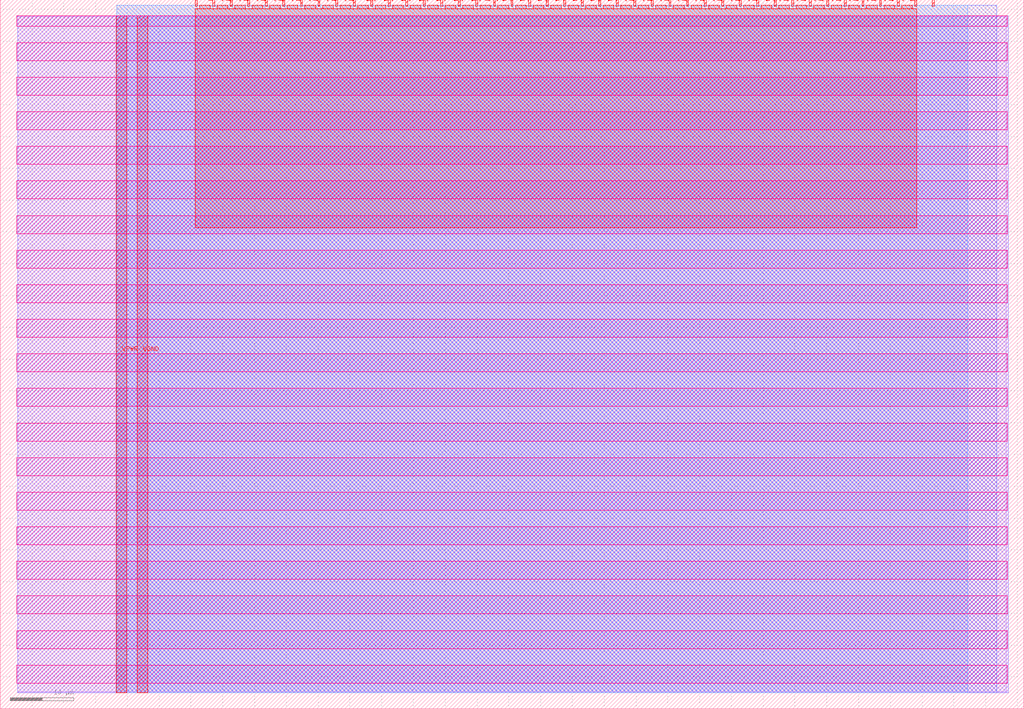
<source format=lef>
VERSION 5.7 ;
  NOWIREEXTENSIONATPIN ON ;
  DIVIDERCHAR "/" ;
  BUSBITCHARS "[]" ;
MACRO tt_um_faramire_rotary_ring_wrapper
  CLASS BLOCK ;
  FOREIGN tt_um_faramire_rotary_ring_wrapper ;
  ORIGIN 0.000 0.000 ;
  SIZE 161.000 BY 111.520 ;
  PIN VGND
    DIRECTION INOUT ;
    USE GROUND ;
    PORT
      LAYER met4 ;
        RECT 21.580 2.480 23.180 109.040 ;
    END
  END VGND
  PIN VPWR
    DIRECTION INOUT ;
    USE POWER ;
    PORT
      LAYER met4 ;
        RECT 18.280 2.480 19.880 109.040 ;
    END
  END VPWR
  PIN clk
    DIRECTION INPUT ;
    USE SIGNAL ;
    ANTENNAGATEAREA 0.852000 ;
    PORT
      LAYER met4 ;
        RECT 143.830 110.520 144.130 111.520 ;
    END
  END clk
  PIN ena
    DIRECTION INPUT ;
    USE SIGNAL ;
    PORT
      LAYER met4 ;
        RECT 146.590 110.520 146.890 111.520 ;
    END
  END ena
  PIN rst_n
    DIRECTION INPUT ;
    USE SIGNAL ;
    ANTENNAGATEAREA 0.196500 ;
    PORT
      LAYER met4 ;
        RECT 141.070 110.520 141.370 111.520 ;
    END
  END rst_n
  PIN ui_in[0]
    DIRECTION INPUT ;
    USE SIGNAL ;
    ANTENNAGATEAREA 0.196500 ;
    PORT
      LAYER met4 ;
        RECT 138.310 110.520 138.610 111.520 ;
    END
  END ui_in[0]
  PIN ui_in[1]
    DIRECTION INPUT ;
    USE SIGNAL ;
    ANTENNAGATEAREA 0.126000 ;
    PORT
      LAYER met4 ;
        RECT 135.550 110.520 135.850 111.520 ;
    END
  END ui_in[1]
  PIN ui_in[2]
    DIRECTION INPUT ;
    USE SIGNAL ;
    ANTENNAGATEAREA 0.196500 ;
    PORT
      LAYER met4 ;
        RECT 132.790 110.520 133.090 111.520 ;
    END
  END ui_in[2]
  PIN ui_in[3]
    DIRECTION INPUT ;
    USE SIGNAL ;
    ANTENNAGATEAREA 0.196500 ;
    PORT
      LAYER met4 ;
        RECT 130.030 110.520 130.330 111.520 ;
    END
  END ui_in[3]
  PIN ui_in[4]
    DIRECTION INPUT ;
    USE SIGNAL ;
    ANTENNAGATEAREA 0.196500 ;
    PORT
      LAYER met4 ;
        RECT 127.270 110.520 127.570 111.520 ;
    END
  END ui_in[4]
  PIN ui_in[5]
    DIRECTION INPUT ;
    USE SIGNAL ;
    ANTENNAGATEAREA 0.196500 ;
    PORT
      LAYER met4 ;
        RECT 124.510 110.520 124.810 111.520 ;
    END
  END ui_in[5]
  PIN ui_in[6]
    DIRECTION INPUT ;
    USE SIGNAL ;
    ANTENNAGATEAREA 0.196500 ;
    PORT
      LAYER met4 ;
        RECT 121.750 110.520 122.050 111.520 ;
    END
  END ui_in[6]
  PIN ui_in[7]
    DIRECTION INPUT ;
    USE SIGNAL ;
    ANTENNAGATEAREA 0.196500 ;
    PORT
      LAYER met4 ;
        RECT 118.990 110.520 119.290 111.520 ;
    END
  END ui_in[7]
  PIN uio_in[0]
    DIRECTION INPUT ;
    USE SIGNAL ;
    PORT
      LAYER met4 ;
        RECT 116.230 110.520 116.530 111.520 ;
    END
  END uio_in[0]
  PIN uio_in[1]
    DIRECTION INPUT ;
    USE SIGNAL ;
    PORT
      LAYER met4 ;
        RECT 113.470 110.520 113.770 111.520 ;
    END
  END uio_in[1]
  PIN uio_in[2]
    DIRECTION INPUT ;
    USE SIGNAL ;
    PORT
      LAYER met4 ;
        RECT 110.710 110.520 111.010 111.520 ;
    END
  END uio_in[2]
  PIN uio_in[3]
    DIRECTION INPUT ;
    USE SIGNAL ;
    PORT
      LAYER met4 ;
        RECT 107.950 110.520 108.250 111.520 ;
    END
  END uio_in[3]
  PIN uio_in[4]
    DIRECTION INPUT ;
    USE SIGNAL ;
    PORT
      LAYER met4 ;
        RECT 105.190 110.520 105.490 111.520 ;
    END
  END uio_in[4]
  PIN uio_in[5]
    DIRECTION INPUT ;
    USE SIGNAL ;
    PORT
      LAYER met4 ;
        RECT 102.430 110.520 102.730 111.520 ;
    END
  END uio_in[5]
  PIN uio_in[6]
    DIRECTION INPUT ;
    USE SIGNAL ;
    PORT
      LAYER met4 ;
        RECT 99.670 110.520 99.970 111.520 ;
    END
  END uio_in[6]
  PIN uio_in[7]
    DIRECTION INPUT ;
    USE SIGNAL ;
    PORT
      LAYER met4 ;
        RECT 96.910 110.520 97.210 111.520 ;
    END
  END uio_in[7]
  PIN uio_oe[0]
    DIRECTION OUTPUT ;
    USE SIGNAL ;
    ANTENNADIFFAREA 0.445500 ;
    PORT
      LAYER met4 ;
        RECT 49.990 110.520 50.290 111.520 ;
    END
  END uio_oe[0]
  PIN uio_oe[1]
    DIRECTION OUTPUT ;
    USE SIGNAL ;
    ANTENNADIFFAREA 0.445500 ;
    PORT
      LAYER met4 ;
        RECT 47.230 110.520 47.530 111.520 ;
    END
  END uio_oe[1]
  PIN uio_oe[2]
    DIRECTION OUTPUT ;
    USE SIGNAL ;
    ANTENNADIFFAREA 0.445500 ;
    PORT
      LAYER met4 ;
        RECT 44.470 110.520 44.770 111.520 ;
    END
  END uio_oe[2]
  PIN uio_oe[3]
    DIRECTION OUTPUT ;
    USE SIGNAL ;
    ANTENNADIFFAREA 0.445500 ;
    PORT
      LAYER met4 ;
        RECT 41.710 110.520 42.010 111.520 ;
    END
  END uio_oe[3]
  PIN uio_oe[4]
    DIRECTION OUTPUT ;
    USE SIGNAL ;
    ANTENNADIFFAREA 0.445500 ;
    PORT
      LAYER met4 ;
        RECT 38.950 110.520 39.250 111.520 ;
    END
  END uio_oe[4]
  PIN uio_oe[5]
    DIRECTION OUTPUT ;
    USE SIGNAL ;
    ANTENNADIFFAREA 0.445500 ;
    PORT
      LAYER met4 ;
        RECT 36.190 110.520 36.490 111.520 ;
    END
  END uio_oe[5]
  PIN uio_oe[6]
    DIRECTION OUTPUT ;
    USE SIGNAL ;
    ANTENNADIFFAREA 0.445500 ;
    PORT
      LAYER met4 ;
        RECT 33.430 110.520 33.730 111.520 ;
    END
  END uio_oe[6]
  PIN uio_oe[7]
    DIRECTION OUTPUT ;
    USE SIGNAL ;
    ANTENNADIFFAREA 0.445500 ;
    PORT
      LAYER met4 ;
        RECT 30.670 110.520 30.970 111.520 ;
    END
  END uio_oe[7]
  PIN uio_out[0]
    DIRECTION OUTPUT ;
    USE SIGNAL ;
    ANTENNADIFFAREA 0.445500 ;
    PORT
      LAYER met4 ;
        RECT 72.070 110.520 72.370 111.520 ;
    END
  END uio_out[0]
  PIN uio_out[1]
    DIRECTION OUTPUT ;
    USE SIGNAL ;
    ANTENNADIFFAREA 0.445500 ;
    PORT
      LAYER met4 ;
        RECT 69.310 110.520 69.610 111.520 ;
    END
  END uio_out[1]
  PIN uio_out[2]
    DIRECTION OUTPUT ;
    USE SIGNAL ;
    ANTENNADIFFAREA 0.445500 ;
    PORT
      LAYER met4 ;
        RECT 66.550 110.520 66.850 111.520 ;
    END
  END uio_out[2]
  PIN uio_out[3]
    DIRECTION OUTPUT ;
    USE SIGNAL ;
    ANTENNADIFFAREA 0.445500 ;
    PORT
      LAYER met4 ;
        RECT 63.790 110.520 64.090 111.520 ;
    END
  END uio_out[3]
  PIN uio_out[4]
    DIRECTION OUTPUT ;
    USE SIGNAL ;
    ANTENNADIFFAREA 0.445500 ;
    PORT
      LAYER met4 ;
        RECT 61.030 110.520 61.330 111.520 ;
    END
  END uio_out[4]
  PIN uio_out[5]
    DIRECTION OUTPUT ;
    USE SIGNAL ;
    ANTENNADIFFAREA 0.445500 ;
    PORT
      LAYER met4 ;
        RECT 58.270 110.520 58.570 111.520 ;
    END
  END uio_out[5]
  PIN uio_out[6]
    DIRECTION OUTPUT ;
    USE SIGNAL ;
    ANTENNADIFFAREA 0.445500 ;
    PORT
      LAYER met4 ;
        RECT 55.510 110.520 55.810 111.520 ;
    END
  END uio_out[6]
  PIN uio_out[7]
    DIRECTION OUTPUT ;
    USE SIGNAL ;
    ANTENNADIFFAREA 0.445500 ;
    PORT
      LAYER met4 ;
        RECT 52.750 110.520 53.050 111.520 ;
    END
  END uio_out[7]
  PIN uo_out[0]
    DIRECTION OUTPUT ;
    USE SIGNAL ;
    ANTENNADIFFAREA 0.445500 ;
    PORT
      LAYER met4 ;
        RECT 94.150 110.520 94.450 111.520 ;
    END
  END uo_out[0]
  PIN uo_out[1]
    DIRECTION OUTPUT ;
    USE SIGNAL ;
    ANTENNADIFFAREA 0.445500 ;
    PORT
      LAYER met4 ;
        RECT 91.390 110.520 91.690 111.520 ;
    END
  END uo_out[1]
  PIN uo_out[2]
    DIRECTION OUTPUT ;
    USE SIGNAL ;
    ANTENNADIFFAREA 0.445500 ;
    PORT
      LAYER met4 ;
        RECT 88.630 110.520 88.930 111.520 ;
    END
  END uo_out[2]
  PIN uo_out[3]
    DIRECTION OUTPUT ;
    USE SIGNAL ;
    ANTENNADIFFAREA 0.445500 ;
    PORT
      LAYER met4 ;
        RECT 85.870 110.520 86.170 111.520 ;
    END
  END uo_out[3]
  PIN uo_out[4]
    DIRECTION OUTPUT ;
    USE SIGNAL ;
    ANTENNADIFFAREA 0.445500 ;
    PORT
      LAYER met4 ;
        RECT 83.110 110.520 83.410 111.520 ;
    END
  END uo_out[4]
  PIN uo_out[5]
    DIRECTION OUTPUT ;
    USE SIGNAL ;
    ANTENNADIFFAREA 0.445500 ;
    PORT
      LAYER met4 ;
        RECT 80.350 110.520 80.650 111.520 ;
    END
  END uo_out[5]
  PIN uo_out[6]
    DIRECTION OUTPUT ;
    USE SIGNAL ;
    ANTENNADIFFAREA 0.445500 ;
    PORT
      LAYER met4 ;
        RECT 77.590 110.520 77.890 111.520 ;
    END
  END uo_out[6]
  PIN uo_out[7]
    DIRECTION OUTPUT ;
    USE SIGNAL ;
    ANTENNADIFFAREA 0.445500 ;
    PORT
      LAYER met4 ;
        RECT 74.830 110.520 75.130 111.520 ;
    END
  END uo_out[7]
  OBS
      LAYER nwell ;
        RECT 2.570 107.385 158.430 108.990 ;
        RECT 2.570 101.945 158.430 104.775 ;
        RECT 2.570 96.505 158.430 99.335 ;
        RECT 2.570 91.065 158.430 93.895 ;
        RECT 2.570 85.625 158.430 88.455 ;
        RECT 2.570 80.185 158.430 83.015 ;
        RECT 2.570 74.745 158.430 77.575 ;
        RECT 2.570 69.305 158.430 72.135 ;
        RECT 2.570 63.865 158.430 66.695 ;
        RECT 2.570 58.425 158.430 61.255 ;
        RECT 2.570 52.985 158.430 55.815 ;
        RECT 2.570 47.545 158.430 50.375 ;
        RECT 2.570 42.105 158.430 44.935 ;
        RECT 2.570 36.665 158.430 39.495 ;
        RECT 2.570 31.225 158.430 34.055 ;
        RECT 2.570 25.785 158.430 28.615 ;
        RECT 2.570 20.345 158.430 23.175 ;
        RECT 2.570 14.905 158.430 17.735 ;
        RECT 2.570 9.465 158.430 12.295 ;
        RECT 2.570 4.025 158.430 6.855 ;
      LAYER li1 ;
        RECT 2.760 2.635 158.240 108.885 ;
      LAYER met1 ;
        RECT 2.760 2.480 158.540 109.040 ;
      LAYER met2 ;
        RECT 18.310 2.535 156.760 110.685 ;
      LAYER met3 ;
        RECT 18.290 2.555 152.195 110.665 ;
      LAYER met4 ;
        RECT 31.370 110.120 33.030 110.665 ;
        RECT 34.130 110.120 35.790 110.665 ;
        RECT 36.890 110.120 38.550 110.665 ;
        RECT 39.650 110.120 41.310 110.665 ;
        RECT 42.410 110.120 44.070 110.665 ;
        RECT 45.170 110.120 46.830 110.665 ;
        RECT 47.930 110.120 49.590 110.665 ;
        RECT 50.690 110.120 52.350 110.665 ;
        RECT 53.450 110.120 55.110 110.665 ;
        RECT 56.210 110.120 57.870 110.665 ;
        RECT 58.970 110.120 60.630 110.665 ;
        RECT 61.730 110.120 63.390 110.665 ;
        RECT 64.490 110.120 66.150 110.665 ;
        RECT 67.250 110.120 68.910 110.665 ;
        RECT 70.010 110.120 71.670 110.665 ;
        RECT 72.770 110.120 74.430 110.665 ;
        RECT 75.530 110.120 77.190 110.665 ;
        RECT 78.290 110.120 79.950 110.665 ;
        RECT 81.050 110.120 82.710 110.665 ;
        RECT 83.810 110.120 85.470 110.665 ;
        RECT 86.570 110.120 88.230 110.665 ;
        RECT 89.330 110.120 90.990 110.665 ;
        RECT 92.090 110.120 93.750 110.665 ;
        RECT 94.850 110.120 96.510 110.665 ;
        RECT 97.610 110.120 99.270 110.665 ;
        RECT 100.370 110.120 102.030 110.665 ;
        RECT 103.130 110.120 104.790 110.665 ;
        RECT 105.890 110.120 107.550 110.665 ;
        RECT 108.650 110.120 110.310 110.665 ;
        RECT 111.410 110.120 113.070 110.665 ;
        RECT 114.170 110.120 115.830 110.665 ;
        RECT 116.930 110.120 118.590 110.665 ;
        RECT 119.690 110.120 121.350 110.665 ;
        RECT 122.450 110.120 124.110 110.665 ;
        RECT 125.210 110.120 126.870 110.665 ;
        RECT 127.970 110.120 129.630 110.665 ;
        RECT 130.730 110.120 132.390 110.665 ;
        RECT 133.490 110.120 135.150 110.665 ;
        RECT 136.250 110.120 137.910 110.665 ;
        RECT 139.010 110.120 140.670 110.665 ;
        RECT 141.770 110.120 143.430 110.665 ;
        RECT 30.655 75.655 144.145 110.120 ;
  END
END tt_um_faramire_rotary_ring_wrapper
END LIBRARY


</source>
